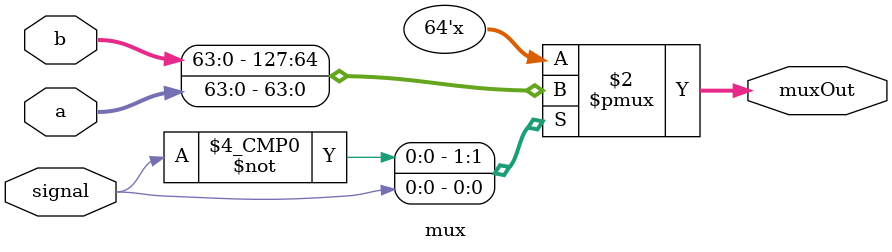
<source format=v>
`timescale 1ns / 1ps

module mux(
    input wire [63:0] a,
    input wire [63:0] b,
    input wire signal,
    output reg [63:0] muxOut
    );
    
    always @(*) begin
        case (signal)
            1'b0: muxOut = b;
            1'b1: muxOut = a;
            default: muxOut = 64'b0; 
        endcase
    end
endmodule

</source>
